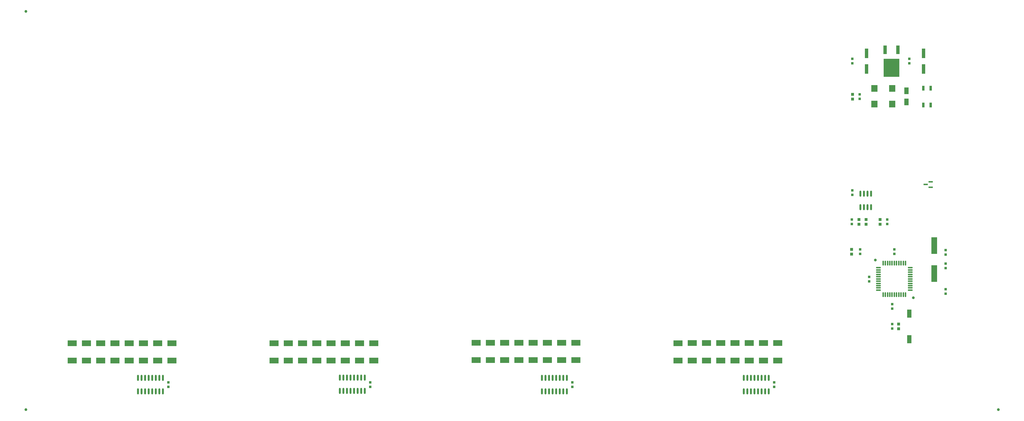
<source format=gtp>
%FSLAX24Y24*%
%MOIN*%
G70*
G01*
G75*
G04 Layer_Color=8421504*
%ADD10R,0.1299X0.0787*%
%ADD11R,0.0866X0.0925*%
%ADD12R,0.0610X0.0925*%
%ADD13R,0.0335X0.0335*%
%ADD14R,0.0394X0.0394*%
%ADD15O,0.0236X0.0866*%
%ADD16O,0.0236X0.0866*%
%ADD17R,0.0787X0.2362*%
%ADD18R,0.0354X0.0354*%
%ADD19R,0.0630X0.1181*%
%ADD20C,0.0394*%
%ADD21R,0.0335X0.0669*%
%ADD22R,0.0472X0.1378*%
%ADD23R,0.2185X0.2559*%
%ADD24R,0.0492X0.1201*%
%ADD25O,0.0689X0.0217*%
%ADD26O,0.0217X0.0689*%
%ADD27R,0.0630X0.0236*%
%ADD28R,0.0630X0.0236*%
%ADD29C,0.0150*%
%ADD30C,0.0250*%
%ADD31C,0.0500*%
%ADD32C,0.0100*%
%ADD33C,0.0300*%
%ADD34C,0.2500*%
%ADD35C,0.0472*%
%ADD36R,0.0591X0.0591*%
%ADD37C,0.0591*%
%ADD38C,0.0472*%
%ADD39C,0.0591*%
%ADD40R,0.0591X0.0591*%
%ADD41C,0.0630*%
%ADD42C,0.1161*%
%ADD43C,0.0500*%
%ADD44C,0.0098*%
%ADD45C,0.0236*%
%ADD46C,0.0079*%
D10*
X73000Y52820D02*
D03*
Y50380D02*
D03*
X162040Y50409D02*
D03*
Y52850D02*
D03*
X164040Y50409D02*
D03*
Y52850D02*
D03*
X160040Y50409D02*
D03*
Y52850D02*
D03*
X172040Y50409D02*
D03*
Y52850D02*
D03*
X158040Y50380D02*
D03*
Y52820D02*
D03*
X131700Y52900D02*
D03*
Y50459D02*
D03*
X135700D02*
D03*
Y52900D02*
D03*
X139700Y52900D02*
D03*
Y50459D02*
D03*
X103340Y52820D02*
D03*
Y50380D02*
D03*
X105340Y52820D02*
D03*
Y50380D02*
D03*
X107340Y52820D02*
D03*
Y50380D02*
D03*
X111340Y52820D02*
D03*
Y50380D02*
D03*
X113340D02*
D03*
Y52820D02*
D03*
X115340D02*
D03*
Y50380D02*
D03*
X166040Y52850D02*
D03*
Y50409D02*
D03*
X168040Y52850D02*
D03*
Y50409D02*
D03*
X170040Y52850D02*
D03*
Y50409D02*
D03*
X87000Y52820D02*
D03*
Y50380D02*
D03*
X85000D02*
D03*
Y52820D02*
D03*
X83000D02*
D03*
Y50380D02*
D03*
X81000Y50380D02*
D03*
Y52820D02*
D03*
X79000Y50380D02*
D03*
Y52820D02*
D03*
X77000Y50380D02*
D03*
Y52820D02*
D03*
X75000Y50380D02*
D03*
Y52820D02*
D03*
X143700Y50459D02*
D03*
Y52900D02*
D03*
X141700Y50459D02*
D03*
Y52900D02*
D03*
X137700Y50459D02*
D03*
Y52900D02*
D03*
X133700Y50459D02*
D03*
Y52900D02*
D03*
X129700Y52900D02*
D03*
Y50459D02*
D03*
X101340Y52820D02*
D03*
Y50380D02*
D03*
X109340D02*
D03*
Y52820D02*
D03*
D11*
X185600Y86448D02*
D03*
Y88652D02*
D03*
X188100Y86448D02*
D03*
Y88652D02*
D03*
D12*
X190100Y86772D02*
D03*
Y88328D02*
D03*
D13*
X183550Y87185D02*
D03*
Y87815D02*
D03*
X182450Y69585D02*
D03*
Y70215D02*
D03*
X187400Y69585D02*
D03*
Y70215D02*
D03*
X183600Y66015D02*
D03*
Y65385D02*
D03*
D14*
X182550Y87835D02*
D03*
Y87165D02*
D03*
X184450Y69565D02*
D03*
Y70235D02*
D03*
X183450D02*
D03*
Y69565D02*
D03*
X186400Y70235D02*
D03*
Y69565D02*
D03*
X182400Y65365D02*
D03*
Y66035D02*
D03*
X189000Y55535D02*
D03*
Y54865D02*
D03*
D15*
X183650Y71955D02*
D03*
X184150D02*
D03*
X184650D02*
D03*
X185150D02*
D03*
X183650Y73845D02*
D03*
X184150D02*
D03*
X185150D02*
D03*
X170790Y47945D02*
D03*
X170290D02*
D03*
X169790D02*
D03*
X169290D02*
D03*
X168790D02*
D03*
X168290D02*
D03*
X167790D02*
D03*
X167290D02*
D03*
X170790Y46055D02*
D03*
X170290D02*
D03*
X169790D02*
D03*
X169290D02*
D03*
X168790D02*
D03*
X168290D02*
D03*
X167790D02*
D03*
X167290D02*
D03*
X140960Y46055D02*
D03*
X140460D02*
D03*
X139960D02*
D03*
Y47945D02*
D03*
X140460D02*
D03*
X140960D02*
D03*
X141460D02*
D03*
X142460D02*
D03*
X141960D02*
D03*
X139460D02*
D03*
X138960D02*
D03*
Y46055D02*
D03*
X139460D02*
D03*
X141460D02*
D03*
X141960D02*
D03*
X142460D02*
D03*
X112590Y46110D02*
D03*
X112090D02*
D03*
X111590D02*
D03*
Y48000D02*
D03*
X112090D02*
D03*
X112590D02*
D03*
X113090D02*
D03*
X114090D02*
D03*
X113590D02*
D03*
X111090D02*
D03*
X110590D02*
D03*
Y46110D02*
D03*
X111090D02*
D03*
X113090D02*
D03*
X113590D02*
D03*
X114090D02*
D03*
X82250Y46055D02*
D03*
X82750D02*
D03*
X83250D02*
D03*
X83750D02*
D03*
X84250D02*
D03*
X84750D02*
D03*
X85250D02*
D03*
X85750D02*
D03*
X82250Y47945D02*
D03*
X82750D02*
D03*
X83250D02*
D03*
X83750D02*
D03*
X84250D02*
D03*
X84750D02*
D03*
X85250D02*
D03*
X85750D02*
D03*
D16*
X184650Y73845D02*
D03*
D17*
X194000Y66568D02*
D03*
Y62631D02*
D03*
D18*
X195600Y60415D02*
D03*
Y59785D02*
D03*
Y65285D02*
D03*
Y65915D02*
D03*
X188100Y55515D02*
D03*
Y54885D02*
D03*
X182500Y73685D02*
D03*
Y74315D02*
D03*
X188419Y65391D02*
D03*
Y66021D02*
D03*
X190500Y92815D02*
D03*
Y92185D02*
D03*
X182500Y92815D02*
D03*
Y92185D02*
D03*
X195600Y63385D02*
D03*
Y64015D02*
D03*
X188100Y57685D02*
D03*
Y58315D02*
D03*
X184869Y62171D02*
D03*
Y61541D02*
D03*
X143200Y47315D02*
D03*
Y46685D02*
D03*
X114840D02*
D03*
Y47315D02*
D03*
X86500D02*
D03*
Y46685D02*
D03*
X171540D02*
D03*
Y47315D02*
D03*
D19*
X190500Y57007D02*
D03*
Y53393D02*
D03*
D20*
X191070Y59210D02*
D03*
X185760Y64530D02*
D03*
X66500Y43500D02*
D03*
Y99500D02*
D03*
X203000Y43500D02*
D03*
D21*
X192474Y88681D02*
D03*
X193526D02*
D03*
Y86319D02*
D03*
X192474D02*
D03*
D22*
X184500Y93600D02*
D03*
Y91400D02*
D03*
X192500Y93600D02*
D03*
Y91400D02*
D03*
D23*
X188000Y91555D02*
D03*
D24*
X187098Y94094D02*
D03*
X188902D02*
D03*
D25*
X190635Y60296D02*
D03*
Y60611D02*
D03*
Y60926D02*
D03*
Y61241D02*
D03*
Y61556D02*
D03*
Y61870D02*
D03*
Y62185D02*
D03*
Y62500D02*
D03*
Y62815D02*
D03*
Y63130D02*
D03*
Y63445D02*
D03*
X186187D02*
D03*
Y63130D02*
D03*
Y62815D02*
D03*
Y62500D02*
D03*
Y62185D02*
D03*
Y61870D02*
D03*
Y61556D02*
D03*
Y61241D02*
D03*
Y60926D02*
D03*
Y60611D02*
D03*
Y60296D02*
D03*
D26*
X189986Y64095D02*
D03*
X189671D02*
D03*
X189356D02*
D03*
X189041D02*
D03*
X188726D02*
D03*
X188411D02*
D03*
X188096D02*
D03*
X187781D02*
D03*
X187466D02*
D03*
X187151D02*
D03*
X186836D02*
D03*
Y59646D02*
D03*
X187151D02*
D03*
X187466D02*
D03*
X187781D02*
D03*
X188096D02*
D03*
X188411D02*
D03*
X188726D02*
D03*
X189041D02*
D03*
X189356D02*
D03*
X189671D02*
D03*
X189986D02*
D03*
D27*
X192817Y75150D02*
D03*
X193526Y75524D02*
D03*
D28*
X193526Y74776D02*
D03*
M02*

</source>
